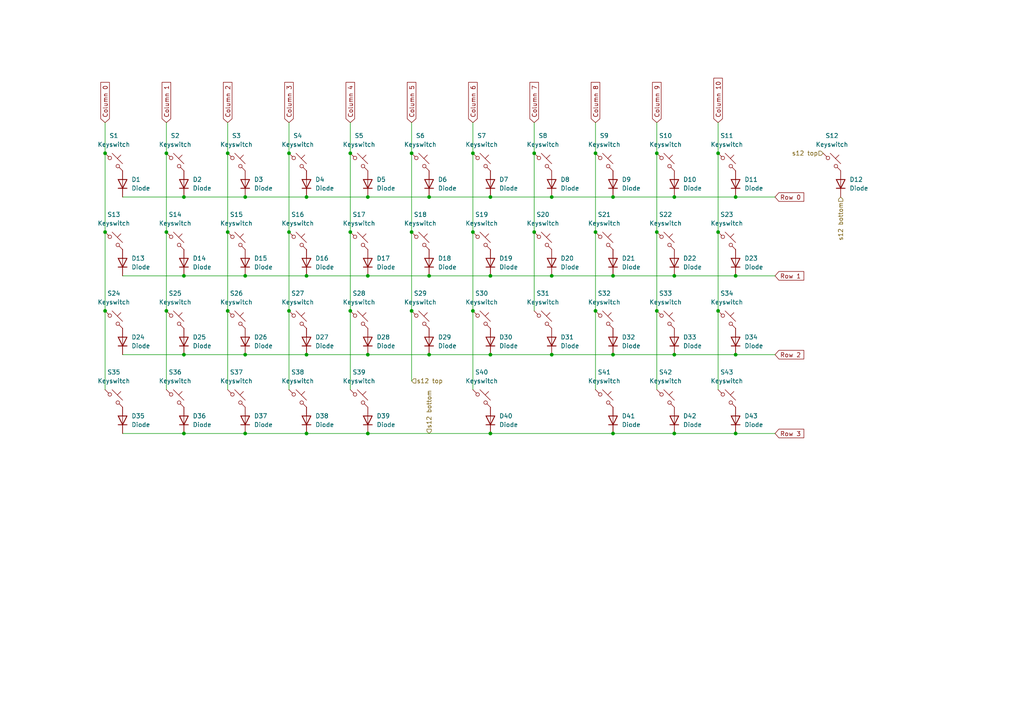
<source format=kicad_sch>
(kicad_sch (version 20250114) (generator "eeschema") (generator_version "9.0")
  (paper "A4")
  (lib_symbols
    (symbol "ScottoKeebs:Placeholder_Diode" (pin_numbers (hide yes)) (pin_names (hide yes))
      (property "Reference" "D" (at 0 2.54 0))
      (property "Value" "Diode" (at 0 -2.54 0))
      (symbol "Placeholder_Diode_0_1"
        (polyline (pts (xy -1.27 1.27) (xy -1.27 -1.27)) (stroke (width 0.254)))
        (polyline (pts (xy 1.27 1.27) (xy 1.27 -1.27) (xy -1.27 0) (xy 1.27 1.27)) (stroke (width 0.254)))
        (polyline (pts (xy 1.27 0) (xy -1.27 0)))
      )
      (symbol "Placeholder_Diode_1_1"
        (pin passive line (at -3.81 0 0) (length 2.54) (name "K") (number "1"))
        (pin passive line (at 3.81 0 180) (length 2.54) (name "A") (number "2"))
      )
    )
    (symbol "ScottoKeebs:Placeholder_Keyswitch" (pin_numbers (hide yes)) (pin_names (offset 1.016) (hide yes))
      (property "Reference" "S" (at 3.048 1.016 0))
      (property "Value" "Keyswitch" (at 0 -3.81 0))
      (symbol "Placeholder_Keyswitch_0_1"
        (polyline (pts (xy -2.54 2.54) (xy -1.524 1.524) (xy -1.524 1.524)))
        (circle (center -1.1684 1.1684) (radius 0.508))
        (polyline (pts (xy -0.508 2.54) (xy 2.54 -0.508)))
        (polyline (pts (xy 1.016 1.016) (xy 2.032 2.032)))
        (circle (center 1.143 -1.1938) (radius 0.508))
        (polyline (pts (xy 1.524 -1.524) (xy 2.54 -2.54) (xy 2.54 -2.54) (xy 2.54 -2.54)))
        (pin passive line (at -2.54 2.54 0) (length 0) (name "1") (number "1"))
        (pin passive line (at 2.54 -2.54 180) (length 0) (name "2") (number "2"))
      )
    )
  )
  (junction (at 124.46 57.15))
  (junction (at 142.24 57.15))
  (junction (at 177.8 80.01))
  (junction (at 190.5 44.45))
  (junction (at 195.58 80.01))
  (junction (at 160.02 102.87))
  (junction (at 119.38 67.31))
  (junction (at 119.38 44.45))
  (junction (at 142.24 125.73))
  (junction (at 101.6 90.17))
  (junction (at 177.8 102.87))
  (junction (at 53.34 57.15))
  (junction (at 30.48 90.17))
  (junction (at 106.68 125.73))
  (junction (at 195.58 57.15))
  (junction (at 83.82 67.31))
  (junction (at 208.28 90.17))
  (junction (at 177.8 57.15))
  (junction (at 83.82 90.17))
  (junction (at 66.04 67.31))
  (junction (at 142.24 102.87))
  (junction (at 213.36 80.01))
  (junction (at 66.04 90.17))
  (junction (at 208.28 67.31))
  (junction (at 124.46 102.87))
  (junction (at 71.12 80.01))
  (junction (at 119.38 90.17))
  (junction (at 172.72 44.45))
  (junction (at 71.12 125.73))
  (junction (at 83.82 44.45))
  (junction (at 190.5 90.17))
  (junction (at 53.34 125.73))
  (junction (at 195.58 125.73))
  (junction (at 66.04 44.45))
  (junction (at 106.68 57.15))
  (junction (at 124.46 80.01))
  (junction (at 213.36 125.73))
  (junction (at 101.6 44.45))
  (junction (at 195.58 102.87))
  (junction (at 137.16 67.31))
  (junction (at 190.5 67.31))
  (junction (at 53.34 80.01))
  (junction (at 48.26 67.31))
  (junction (at 30.48 67.31))
  (junction (at 101.6 67.31))
  (junction (at 71.12 102.87))
  (junction (at 88.9 125.73))
  (junction (at 88.9 102.87))
  (junction (at 48.26 44.45))
  (junction (at 48.26 90.17))
  (junction (at 154.94 67.31))
  (junction (at 30.48 44.45))
  (junction (at 213.36 57.15))
  (junction (at 213.36 102.87))
  (junction (at 172.72 90.17))
  (junction (at 160.02 80.01))
  (junction (at 142.24 80.01))
  (junction (at 208.28 44.45))
  (junction (at 137.16 44.45))
  (junction (at 88.9 80.01))
  (junction (at 88.9 57.15))
  (junction (at 53.34 102.87))
  (junction (at 160.02 57.15))
  (junction (at 172.72 67.31))
  (junction (at 177.8 125.73))
  (junction (at 137.16 90.17))
  (junction (at 106.68 80.01))
  (junction (at 71.12 57.15))
  (junction (at 154.94 44.45))
  (junction (at 106.68 102.87))
  (wire (pts (xy 35.56 80.01) (xy 53.34 80.01)))
  (wire (pts (xy 213.36 57.15) (xy 224.79 57.15)))
  (wire (pts (xy 83.82 44.45) (xy 83.82 67.31)))
  (wire (pts (xy 48.26 90.17) (xy 48.26 113.03)))
  (wire (pts (xy 48.26 67.31) (xy 48.26 90.17)))
  (wire (pts (xy 101.6 35.56) (xy 101.6 44.45)))
  (wire (pts (xy 124.46 80.01) (xy 142.24 80.01)))
  (wire (pts (xy 35.56 57.15) (xy 53.34 57.15)))
  (wire (pts (xy 83.82 35.56) (xy 83.82 44.45)))
  (wire (pts (xy 106.68 57.15) (xy 124.46 57.15)))
  (wire (pts (xy 208.28 90.17) (xy 208.28 113.03)))
  (wire (pts (xy 106.68 102.87) (xy 124.46 102.87)))
  (wire (pts (xy 142.24 80.01) (xy 160.02 80.01)))
  (wire (pts (xy 172.72 44.45) (xy 172.72 67.31)))
  (wire (pts (xy 48.26 44.45) (xy 48.26 67.31)))
  (wire (pts (xy 195.58 102.87) (xy 213.36 102.87)))
  (wire (pts (xy 119.38 67.31) (xy 119.38 90.17)))
  (wire (pts (xy 224.79 102.87) (xy 213.36 102.87)))
  (wire (pts (xy 177.8 57.15) (xy 195.58 57.15)))
  (wire (pts (xy 124.46 102.87) (xy 142.24 102.87)))
  (wire (pts (xy 142.24 125.73) (xy 177.8 125.73)))
  (wire (pts (xy 137.16 35.56) (xy 137.16 44.45)))
  (wire (pts (xy 124.46 57.15) (xy 142.24 57.15)))
  (wire (pts (xy 195.58 125.73) (xy 213.36 125.73)))
  (wire (pts (xy 30.48 44.45) (xy 30.48 67.31)))
  (wire (pts (xy 66.04 67.31) (xy 66.04 90.17)))
  (wire (pts (xy 101.6 44.45) (xy 101.6 67.31)))
  (wire (pts (xy 35.56 102.87) (xy 53.34 102.87)))
  (wire (pts (xy 119.38 90.17) (xy 119.38 110.49)))
  (wire (pts (xy 195.58 57.15) (xy 213.36 57.15)))
  (wire (pts (xy 160.02 80.01) (xy 177.8 80.01)))
  (wire (pts (xy 190.5 44.45) (xy 190.5 67.31)))
  (wire (pts (xy 101.6 90.17) (xy 101.6 113.03)))
  (wire (pts (xy 160.02 102.87) (xy 177.8 102.87)))
  (wire (pts (xy 119.38 35.56) (xy 119.38 44.45)))
  (wire (pts (xy 88.9 125.73) (xy 106.68 125.73)))
  (wire (pts (xy 83.82 67.31) (xy 83.82 90.17)))
  (wire (pts (xy 106.68 80.01) (xy 124.46 80.01)))
  (wire (pts (xy 224.79 80.01) (xy 213.36 80.01)))
  (wire (pts (xy 190.5 90.17) (xy 190.5 113.03)))
  (wire (pts (xy 71.12 80.01) (xy 88.9 80.01)))
  (wire (pts (xy 208.28 35.56) (xy 208.28 44.45)))
  (wire (pts (xy 106.68 125.73) (xy 142.24 125.73)))
  (wire (pts (xy 142.24 57.15) (xy 160.02 57.15)))
  (wire (pts (xy 208.28 44.45) (xy 208.28 67.31)))
  (wire (pts (xy 53.34 80.01) (xy 71.12 80.01)))
  (wire (pts (xy 137.16 44.45) (xy 137.16 67.31)))
  (wire (pts (xy 172.72 35.56) (xy 172.72 44.45)))
  (wire (pts (xy 53.34 125.73) (xy 71.12 125.73)))
  (wire (pts (xy 137.16 67.31) (xy 137.16 90.17)))
  (wire (pts (xy 208.28 67.31) (xy 208.28 90.17)))
  (wire (pts (xy 190.5 35.56) (xy 190.5 44.45)))
  (wire (pts (xy 66.04 90.17) (xy 66.04 113.03)))
  (wire (pts (xy 154.94 67.31) (xy 154.94 90.17)))
  (wire (pts (xy 101.6 67.31) (xy 101.6 90.17)))
  (wire (pts (xy 172.72 67.31) (xy 172.72 90.17)))
  (wire (pts (xy 142.24 102.87) (xy 160.02 102.87)))
  (wire (pts (xy 88.9 57.15) (xy 106.68 57.15)))
  (wire (pts (xy 48.26 35.56) (xy 48.26 44.45)))
  (wire (pts (xy 154.94 35.56) (xy 154.94 44.45)))
  (wire (pts (xy 88.9 80.01) (xy 106.68 80.01)))
  (wire (pts (xy 160.02 57.15) (xy 177.8 57.15)))
  (wire (pts (xy 30.48 35.56) (xy 30.48 44.45)))
  (wire (pts (xy 177.8 80.01) (xy 195.58 80.01)))
  (wire (pts (xy 224.79 125.73) (xy 213.36 125.73)))
  (wire (pts (xy 71.12 102.87) (xy 88.9 102.87)))
  (wire (pts (xy 172.72 90.17) (xy 172.72 113.03)))
  (wire (pts (xy 35.56 125.73) (xy 53.34 125.73)))
  (wire (pts (xy 177.8 102.87) (xy 195.58 102.87)))
  (wire (pts (xy 71.12 125.73) (xy 88.9 125.73)))
  (wire (pts (xy 53.34 57.15) (xy 71.12 57.15)))
  (wire (pts (xy 30.48 90.17) (xy 30.48 113.03)))
  (wire (pts (xy 195.58 80.01) (xy 213.36 80.01)))
  (wire (pts (xy 66.04 44.45) (xy 66.04 67.31)))
  (wire (pts (xy 137.16 90.17) (xy 137.16 113.03)))
  (wire (pts (xy 71.12 57.15) (xy 88.9 57.15)))
  (wire (pts (xy 66.04 35.56) (xy 66.04 44.45)))
  (wire (pts (xy 88.9 102.87) (xy 106.68 102.87)))
  (wire (pts (xy 53.34 102.87) (xy 71.12 102.87)))
  (wire (pts (xy 190.5 67.31) (xy 190.5 90.17)))
  (wire (pts (xy 83.82 90.17) (xy 83.82 113.03)))
  (wire (pts (xy 154.94 44.45) (xy 154.94 67.31)))
  (wire (pts (xy 119.38 44.45) (xy 119.38 67.31)))
  (wire (pts (xy 177.8 125.73) (xy 195.58 125.73)))
  (wire (pts (xy 30.48 67.31) (xy 30.48 90.17)))
  (global_label "Row 1" (shape input) (at 224.79 80.01 0) (property "Intersheetrefs" "${INTERSHEET_REFS}" (effects (hide yes))))
  (global_label "Row 2" (shape input) (at 224.79 102.87 0) (property "Intersheetrefs" "${INTERSHEET_REFS}" (effects (hide yes))))
  (global_label "Row 3" (shape input) (at 224.79 125.73 0) (property "Intersheetrefs" "${INTERSHEET_REFS}" (effects (hide yes))))
  (global_label "Column 3" (shape input) (at 83.82 35.56 90) (property "Intersheetrefs" "${INTERSHEET_REFS}" (effects (hide yes))))
  (global_label "Column 2" (shape input) (at 66.04 35.56 90) (property "Intersheetrefs" "${INTERSHEET_REFS}" (effects (hide yes))))
  (global_label "Column 0" (shape input) (at 30.48 35.56 90) (property "Intersheetrefs" "${INTERSHEET_REFS}" (effects (hide yes))))
  (global_label "Column 1" (shape input) (at 48.26 35.56 90) (property "Intersheetrefs" "${INTERSHEET_REFS}" (effects (hide yes))))
  (global_label "Column 8" (shape input) (at 172.72 35.56 90) (property "Intersheetrefs" "${INTERSHEET_REFS}" (effects (hide yes))))
  (global_label "Column 9" (shape input) (at 190.5 35.56 90) (property "Intersheetrefs" "${INTERSHEET_REFS}" (effects (hide yes))))
  (global_label "Column 10" (shape input) (at 208.28 35.56 90) (property "Intersheetrefs" "${INTERSHEET_REFS}" (effects (hide yes))))
  (global_label "Column 5" (shape input) (at 119.38 35.56 90) (property "Intersheetrefs" "${INTERSHEET_REFS}" (effects (hide yes))))
  (global_label "Column 4" (shape input) (at 101.6 35.56 90) (property "Intersheetrefs" "${INTERSHEET_REFS}" (effects (hide yes))))
  (global_label "Column 6" (shape input) (at 137.16 35.56 90) (property "Intersheetrefs" "${INTERSHEET_REFS}" (effects (hide yes))))
  (global_label "Column 7" (shape input) (at 154.94 35.56 90) (property "Intersheetrefs" "${INTERSHEET_REFS}" (effects (hide yes))))
  (global_label "Row 0" (shape input) (at 224.79 57.15 0) (property "Intersheetrefs" "${INTERSHEET_REFS}" (effects (hide yes))))
  (hierarchical_label "s12 bottom" (shape input) (at 243.84 57.15 270))
  (hierarchical_label "s12 bottom" (shape input) (at 124.46 125.73 90))
  (hierarchical_label "s12 top" (shape input) (at 119.38 110.49 0))
  (hierarchical_label "s12 top" (shape input) (at 238.76 44.45 180))
  (symbol (lib_id "ScottoKeebs:Placeholder_Keyswitch") (at 157.48 46.99 0) (unit 1)
    (property "Reference" "S8" (at 157.48 39.37 0))
    (property "Value" "Keyswitch" (at 157.48 41.91 0))
    (property "Description" "Push button switch, normally open, two pins, 45° tilted" (effects (hide yes)))
  )
  (symbol (lib_id "ScottoKeebs:Placeholder_Keyswitch") (at 193.04 115.57 0) (unit 1)
    (property "Reference" "S42" (at 193.04 107.95 0))
    (property "Value" "Keyswitch" (at 193.04 110.49 0))
    (property "Description" "Push button switch, normally open, two pins, 45° tilted" (effects (hide yes)))
  )
  (symbol (lib_id "ScottoKeebs:Placeholder_Diode") (at 88.9 76.2 90) (unit 1)
    (property "Reference" "D16" (at 91.44 74.9299 90) (effects (justify right)))
    (property "Value" "Diode" (at 91.44 77.4699 90) (effects (justify right)))
    (property "Description" "1N4148 (DO-35) or 1N4148W (SOD-123)" (effects (hide yes)))
    (property "Sim.Device" "D" (effects (hide yes)))
    (property "Sim.Pins" "1=K 2=A" (effects (hide yes)))
  )
  (symbol (lib_id "ScottoKeebs:Placeholder_Keyswitch") (at 104.14 92.71 0) (unit 1)
    (property "Reference" "S28" (at 104.14 85.09 0))
    (property "Value" "Keyswitch" (at 104.14 87.63 0))
    (property "Description" "Push button switch, normally open, two pins, 45° tilted" (effects (hide yes)))
  )
  (symbol (lib_id "ScottoKeebs:Placeholder_Keyswitch") (at 121.92 69.85 0) (unit 1)
    (property "Reference" "S18" (at 121.92 62.23 0))
    (property "Value" "Keyswitch" (at 121.92 64.77 0))
    (property "Description" "Push button switch, normally open, two pins, 45° tilted" (effects (hide yes)))
  )
  (symbol (lib_id "ScottoKeebs:Placeholder_Diode") (at 195.58 76.2 90) (unit 1)
    (property "Reference" "D22" (at 198.12 74.9299 90) (effects (justify right)))
    (property "Value" "Diode" (at 198.12 77.4699 90) (effects (justify right)))
    (property "Description" "1N4148 (DO-35) or 1N4148W (SOD-123)" (effects (hide yes)))
    (property "Sim.Device" "D" (effects (hide yes)))
    (property "Sim.Pins" "1=K 2=A" (effects (hide yes)))
  )
  (symbol (lib_id "ScottoKeebs:Placeholder_Diode") (at 53.34 53.34 90) (unit 1)
    (property "Reference" "D2" (at 55.88 52.0699 90) (effects (justify right)))
    (property "Value" "Diode" (at 55.88 54.6099 90) (effects (justify right)))
    (property "Description" "1N4148 (DO-35) or 1N4148W (SOD-123)" (effects (hide yes)))
    (property "Sim.Device" "D" (effects (hide yes)))
    (property "Sim.Pins" "1=K 2=A" (effects (hide yes)))
  )
  (symbol (lib_id "ScottoKeebs:Placeholder_Diode") (at 124.46 99.06 90) (unit 1)
    (property "Reference" "D29" (at 127 97.7899 90) (effects (justify right)))
    (property "Value" "Diode" (at 127 100.3299 90) (effects (justify right)))
    (property "Description" "1N4148 (DO-35) or 1N4148W (SOD-123)" (effects (hide yes)))
    (property "Sim.Device" "D" (effects (hide yes)))
    (property "Sim.Pins" "1=K 2=A" (effects (hide yes)))
  )
  (symbol (lib_id "ScottoKeebs:Placeholder_Diode") (at 88.9 53.34 90) (unit 1)
    (property "Reference" "D4" (at 91.44 52.0699 90) (effects (justify right)))
    (property "Value" "Diode" (at 91.44 54.6099 90) (effects (justify right)))
    (property "Description" "1N4148 (DO-35) or 1N4148W (SOD-123)" (effects (hide yes)))
    (property "Sim.Device" "D" (effects (hide yes)))
    (property "Sim.Pins" "1=K 2=A" (effects (hide yes)))
  )
  (symbol (lib_id "ScottoKeebs:Placeholder_Diode") (at 243.84 53.34 90) (unit 1)
    (property "Reference" "D12" (at 246.38 52.0699 90) (effects (justify right)))
    (property "Value" "Diode" (at 246.38 54.6099 90) (effects (justify right)))
    (property "Description" "1N4148 (DO-35) or 1N4148W (SOD-123)" (effects (hide yes)))
    (property "Sim.Device" "D" (effects (hide yes)))
    (property "Sim.Pins" "1=K 2=A" (effects (hide yes)))
  )
  (symbol (lib_id "ScottoKeebs:Placeholder_Diode") (at 35.56 121.92 90) (unit 1)
    (property "Reference" "D35" (at 38.1 120.6499 90) (effects (justify right)))
    (property "Value" "Diode" (at 38.1 123.1899 90) (effects (justify right)))
    (property "Description" "1N4148 (DO-35) or 1N4148W (SOD-123)" (effects (hide yes)))
    (property "Sim.Device" "D" (effects (hide yes)))
    (property "Sim.Pins" "1=K 2=A" (effects (hide yes)))
  )
  (symbol (lib_id "ScottoKeebs:Placeholder_Keyswitch") (at 210.82 115.57 0) (unit 1)
    (property "Reference" "S43" (at 210.82 107.95 0))
    (property "Value" "Keyswitch" (at 210.82 110.49 0))
    (property "Description" "Push button switch, normally open, two pins, 45° tilted" (effects (hide yes)))
  )
  (symbol (lib_id "ScottoKeebs:Placeholder_Keyswitch") (at 33.02 115.57 0) (unit 1)
    (property "Reference" "S35" (at 33.02 107.95 0))
    (property "Value" "Keyswitch" (at 33.02 110.49 0))
    (property "Description" "Push button switch, normally open, two pins, 45° tilted" (effects (hide yes)))
  )
  (symbol (lib_id "ScottoKeebs:Placeholder_Keyswitch") (at 139.7 46.99 0) (unit 1)
    (property "Reference" "S7" (at 139.7 39.37 0))
    (property "Value" "Keyswitch" (at 139.7 41.91 0))
    (property "Description" "Push button switch, normally open, two pins, 45° tilted" (effects (hide yes)))
  )
  (symbol (lib_id "ScottoKeebs:Placeholder_Keyswitch") (at 50.8 115.57 0) (unit 1)
    (property "Reference" "S36" (at 50.8 107.95 0))
    (property "Value" "Keyswitch" (at 50.8 110.49 0))
    (property "Description" "Push button switch, normally open, two pins, 45° tilted" (effects (hide yes)))
  )
  (symbol (lib_id "ScottoKeebs:Placeholder_Keyswitch") (at 104.14 46.99 0) (unit 1)
    (property "Reference" "S5" (at 104.14 39.37 0))
    (property "Value" "Keyswitch" (at 104.14 41.91 0))
    (property "Description" "Push button switch, normally open, two pins, 45° tilted" (effects (hide yes)))
  )
  (symbol (lib_id "ScottoKeebs:Placeholder_Keyswitch") (at 86.36 92.71 0) (unit 1)
    (property "Reference" "S27" (at 86.36 85.09 0))
    (property "Value" "Keyswitch" (at 86.36 87.63 0))
    (property "Description" "Push button switch, normally open, two pins, 45° tilted" (effects (hide yes)))
  )
  (symbol (lib_id "ScottoKeebs:Placeholder_Diode") (at 160.02 53.34 90) (unit 1)
    (property "Reference" "D8" (at 162.56 52.0699 90) (effects (justify right)))
    (property "Value" "Diode" (at 162.56 54.6099 90) (effects (justify right)))
    (property "Description" "1N4148 (DO-35) or 1N4148W (SOD-123)" (effects (hide yes)))
    (property "Sim.Device" "D" (effects (hide yes)))
    (property "Sim.Pins" "1=K 2=A" (effects (hide yes)))
  )
  (symbol (lib_id "ScottoKeebs:Placeholder_Keyswitch") (at 50.8 46.99 0) (unit 1)
    (property "Reference" "S2" (at 50.8 39.37 0))
    (property "Value" "Keyswitch" (at 50.8 41.91 0))
    (property "Description" "Push button switch, normally open, two pins, 45° tilted" (effects (hide yes)))
  )
  (symbol (lib_id "ScottoKeebs:Placeholder_Diode") (at 88.9 121.92 90) (unit 1)
    (property "Reference" "D38" (at 91.44 120.6499 90) (effects (justify right)))
    (property "Value" "Diode" (at 91.44 123.1899 90) (effects (justify right)))
    (property "Description" "1N4148 (DO-35) or 1N4148W (SOD-123)" (effects (hide yes)))
    (property "Sim.Device" "D" (effects (hide yes)))
    (property "Sim.Pins" "1=K 2=A" (effects (hide yes)))
  )
  (symbol (lib_id "ScottoKeebs:Placeholder_Diode") (at 71.12 99.06 90) (unit 1)
    (property "Reference" "D26" (at 73.66 97.7899 90) (effects (justify right)))
    (property "Value" "Diode" (at 73.66 100.3299 90) (effects (justify right)))
    (property "Description" "1N4148 (DO-35) or 1N4148W (SOD-123)" (effects (hide yes)))
    (property "Sim.Device" "D" (effects (hide yes)))
    (property "Sim.Pins" "1=K 2=A" (effects (hide yes)))
  )
  (symbol (lib_id "ScottoKeebs:Placeholder_Diode") (at 142.24 53.34 90) (unit 1)
    (property "Reference" "D7" (at 144.78 52.0699 90) (effects (justify right)))
    (property "Value" "Diode" (at 144.78 54.6099 90) (effects (justify right)))
    (property "Description" "1N4148 (DO-35) or 1N4148W (SOD-123)" (effects (hide yes)))
    (property "Sim.Device" "D" (effects (hide yes)))
    (property "Sim.Pins" "1=K 2=A" (effects (hide yes)))
  )
  (symbol (lib_id "ScottoKeebs:Placeholder_Diode") (at 35.56 99.06 90) (unit 1)
    (property "Reference" "D24" (at 38.1 97.7899 90) (effects (justify right)))
    (property "Value" "Diode" (at 38.1 100.3299 90) (effects (justify right)))
    (property "Description" "1N4148 (DO-35) or 1N4148W (SOD-123)" (effects (hide yes)))
    (property "Sim.Device" "D" (effects (hide yes)))
    (property "Sim.Pins" "1=K 2=A" (effects (hide yes)))
  )
  (symbol (lib_id "ScottoKeebs:Placeholder_Keyswitch") (at 193.04 69.85 0) (unit 1)
    (property "Reference" "S22" (at 193.04 62.23 0))
    (property "Value" "Keyswitch" (at 193.04 64.77 0))
    (property "Description" "Push button switch, normally open, two pins, 45° tilted" (effects (hide yes)))
  )
  (symbol (lib_id "ScottoKeebs:Placeholder_Keyswitch") (at 139.7 115.57 0) (unit 1)
    (property "Reference" "S40" (at 139.7 107.95 0))
    (property "Value" "Keyswitch" (at 139.7 110.49 0))
    (property "Description" "Push button switch, normally open, two pins, 45° tilted" (effects (hide yes)))
  )
  (symbol (lib_id "ScottoKeebs:Placeholder_Keyswitch") (at 104.14 115.57 0) (unit 1)
    (property "Reference" "S39" (at 104.14 107.95 0))
    (property "Value" "Keyswitch" (at 104.14 110.49 0))
    (property "Description" "Push button switch, normally open, two pins, 45° tilted" (effects (hide yes)))
  )
  (symbol (lib_id "ScottoKeebs:Placeholder_Keyswitch") (at 104.14 69.85 0) (unit 1)
    (property "Reference" "S17" (at 104.14 62.23 0))
    (property "Value" "Keyswitch" (at 104.14 64.77 0))
    (property "Description" "Push button switch, normally open, two pins, 45° tilted" (effects (hide yes)))
  )
  (symbol (lib_id "ScottoKeebs:Placeholder_Keyswitch") (at 175.26 115.57 0) (unit 1)
    (property "Reference" "S41" (at 175.26 107.95 0))
    (property "Value" "Keyswitch" (at 175.26 110.49 0))
    (property "Description" "Push button switch, normally open, two pins, 45° tilted" (effects (hide yes)))
  )
  (symbol (lib_id "ScottoKeebs:Placeholder_Keyswitch") (at 68.58 115.57 0) (unit 1)
    (property "Reference" "S37" (at 68.58 107.95 0))
    (property "Value" "Keyswitch" (at 68.58 110.49 0))
    (property "Description" "Push button switch, normally open, two pins, 45° tilted" (effects (hide yes)))
  )
  (symbol (lib_id "ScottoKeebs:Placeholder_Diode") (at 106.68 121.92 90) (unit 1)
    (property "Reference" "D39" (at 109.22 120.6499 90) (effects (justify right)))
    (property "Value" "Diode" (at 109.22 123.1899 90) (effects (justify right)))
    (property "Description" "1N4148 (DO-35) or 1N4148W (SOD-123)" (effects (hide yes)))
    (property "Sim.Device" "D" (effects (hide yes)))
    (property "Sim.Pins" "1=K 2=A" (effects (hide yes)))
  )
  (symbol (lib_id "ScottoKeebs:Placeholder_Diode") (at 195.58 121.92 90) (unit 1)
    (property "Reference" "D42" (at 198.12 120.6499 90) (effects (justify right)))
    (property "Value" "Diode" (at 198.12 123.1899 90) (effects (justify right)))
    (property "Description" "1N4148 (DO-35) or 1N4148W (SOD-123)" (effects (hide yes)))
    (property "Sim.Device" "D" (effects (hide yes)))
    (property "Sim.Pins" "1=K 2=A" (effects (hide yes)))
  )
  (symbol (lib_id "ScottoKeebs:Placeholder_Keyswitch") (at 210.82 69.85 0) (unit 1)
    (property "Reference" "S23" (at 210.82 62.23 0))
    (property "Value" "Keyswitch" (at 210.82 64.77 0))
    (property "Description" "Push button switch, normally open, two pins, 45° tilted" (effects (hide yes)))
  )
  (symbol (lib_id "ScottoKeebs:Placeholder_Diode") (at 53.34 99.06 90) (unit 1)
    (property "Reference" "D25" (at 55.88 97.7899 90) (effects (justify right)))
    (property "Value" "Diode" (at 55.88 100.3299 90) (effects (justify right)))
    (property "Description" "1N4148 (DO-35) or 1N4148W (SOD-123)" (effects (hide yes)))
    (property "Sim.Device" "D" (effects (hide yes)))
    (property "Sim.Pins" "1=K 2=A" (effects (hide yes)))
  )
  (symbol (lib_id "ScottoKeebs:Placeholder_Keyswitch") (at 175.26 92.71 0) (unit 1)
    (property "Reference" "S32" (at 175.26 85.09 0))
    (property "Value" "Keyswitch" (at 175.26 87.63 0))
    (property "Description" "Push button switch, normally open, two pins, 45° tilted" (effects (hide yes)))
  )
  (symbol (lib_id "ScottoKeebs:Placeholder_Diode") (at 177.8 53.34 90) (unit 1)
    (property "Reference" "D9" (at 180.34 52.0699 90) (effects (justify right)))
    (property "Value" "Diode" (at 180.34 54.6099 90) (effects (justify right)))
    (property "Description" "1N4148 (DO-35) or 1N4148W (SOD-123)" (effects (hide yes)))
    (property "Sim.Device" "D" (effects (hide yes)))
    (property "Sim.Pins" "1=K 2=A" (effects (hide yes)))
  )
  (symbol (lib_id "ScottoKeebs:Placeholder_Diode") (at 142.24 76.2 90) (unit 1)
    (property "Reference" "D19" (at 144.78 74.9299 90) (effects (justify right)))
    (property "Value" "Diode" (at 144.78 77.4699 90) (effects (justify right)))
    (property "Description" "1N4148 (DO-35) or 1N4148W (SOD-123)" (effects (hide yes)))
    (property "Sim.Device" "D" (effects (hide yes)))
    (property "Sim.Pins" "1=K 2=A" (effects (hide yes)))
  )
  (symbol (lib_id "ScottoKeebs:Placeholder_Keyswitch") (at 121.92 46.99 0) (unit 1)
    (property "Reference" "S6" (at 121.92 39.37 0))
    (property "Value" "Keyswitch" (at 121.92 41.91 0))
    (property "Description" "Push button switch, normally open, two pins, 45° tilted" (effects (hide yes)))
  )
  (symbol (lib_id "ScottoKeebs:Placeholder_Keyswitch") (at 241.3 46.99 0) (unit 1)
    (property "Reference" "S12" (at 241.3 39.37 0))
    (property "Value" "Keyswitch" (at 241.3 41.91 0))
    (property "Description" "Push button switch, normally open, two pins, 45° tilted" (effects (hide yes)))
  )
  (symbol (lib_id "ScottoKeebs:Placeholder_Keyswitch") (at 50.8 69.85 0) (unit 1)
    (property "Reference" "S14" (at 50.8 62.23 0))
    (property "Value" "Keyswitch" (at 50.8 64.77 0))
    (property "Description" "Push button switch, normally open, two pins, 45° tilted" (effects (hide yes)))
  )
  (symbol (lib_id "ScottoKeebs:Placeholder_Diode") (at 53.34 121.92 90) (unit 1)
    (property "Reference" "D36" (at 55.88 120.6499 90) (effects (justify right)))
    (property "Value" "Diode" (at 55.88 123.1899 90) (effects (justify right)))
    (property "Description" "1N4148 (DO-35) or 1N4148W (SOD-123)" (effects (hide yes)))
    (property "Sim.Device" "D" (effects (hide yes)))
    (property "Sim.Pins" "1=K 2=A" (effects (hide yes)))
  )
  (symbol (lib_id "ScottoKeebs:Placeholder_Diode") (at 71.12 121.92 90) (unit 1)
    (property "Reference" "D37" (at 73.66 120.6499 90) (effects (justify right)))
    (property "Value" "Diode" (at 73.66 123.1899 90) (effects (justify right)))
    (property "Description" "1N4148 (DO-35) or 1N4148W (SOD-123)" (effects (hide yes)))
    (property "Sim.Device" "D" (effects (hide yes)))
    (property "Sim.Pins" "1=K 2=A" (effects (hide yes)))
  )
  (symbol (lib_id "ScottoKeebs:Placeholder_Diode") (at 213.36 121.92 90) (unit 1)
    (property "Reference" "D43" (at 215.9 120.6499 90) (effects (justify right)))
    (property "Value" "Diode" (at 215.9 123.1899 90) (effects (justify right)))
    (property "Description" "1N4148 (DO-35) or 1N4148W (SOD-123)" (effects (hide yes)))
    (property "Sim.Device" "D" (effects (hide yes)))
    (property "Sim.Pins" "1=K 2=A" (effects (hide yes)))
  )
  (symbol (lib_id "ScottoKeebs:Placeholder_Keyswitch") (at 139.7 69.85 0) (unit 1)
    (property "Reference" "S19" (at 139.7 62.23 0))
    (property "Value" "Keyswitch" (at 139.7 64.77 0))
    (property "Description" "Push button switch, normally open, two pins, 45° tilted" (effects (hide yes)))
  )
  (symbol (lib_id "ScottoKeebs:Placeholder_Diode") (at 142.24 121.92 90) (unit 1)
    (property "Reference" "D40" (at 144.78 120.6499 90) (effects (justify right)))
    (property "Value" "Diode" (at 144.78 123.1899 90) (effects (justify right)))
    (property "Description" "1N4148 (DO-35) or 1N4148W (SOD-123)" (effects (hide yes)))
    (property "Sim.Device" "D" (effects (hide yes)))
    (property "Sim.Pins" "1=K 2=A" (effects (hide yes)))
  )
  (symbol (lib_id "ScottoKeebs:Placeholder_Diode") (at 195.58 53.34 90) (unit 1)
    (property "Reference" "D10" (at 198.12 52.0699 90) (effects (justify right)))
    (property "Value" "Diode" (at 198.12 54.6099 90) (effects (justify right)))
    (property "Description" "1N4148 (DO-35) or 1N4148W (SOD-123)" (effects (hide yes)))
    (property "Sim.Device" "D" (effects (hide yes)))
    (property "Sim.Pins" "1=K 2=A" (effects (hide yes)))
  )
  (symbol (lib_id "ScottoKeebs:Placeholder_Diode") (at 53.34 76.2 90) (unit 1)
    (property "Reference" "D14" (at 55.88 74.9299 90) (effects (justify right)))
    (property "Value" "Diode" (at 55.88 77.4699 90) (effects (justify right)))
    (property "Description" "1N4148 (DO-35) or 1N4148W (SOD-123)" (effects (hide yes)))
    (property "Sim.Device" "D" (effects (hide yes)))
    (property "Sim.Pins" "1=K 2=A" (effects (hide yes)))
  )
  (symbol (lib_id "ScottoKeebs:Placeholder_Diode") (at 160.02 76.2 90) (unit 1)
    (property "Reference" "D20" (at 162.56 74.9299 90) (effects (justify right)))
    (property "Value" "Diode" (at 162.56 77.4699 90) (effects (justify right)))
    (property "Description" "1N4148 (DO-35) or 1N4148W (SOD-123)" (effects (hide yes)))
    (property "Sim.Device" "D" (effects (hide yes)))
    (property "Sim.Pins" "1=K 2=A" (effects (hide yes)))
  )
  (symbol (lib_id "ScottoKeebs:Placeholder_Diode") (at 124.46 76.2 90) (unit 1)
    (property "Reference" "D18" (at 127 74.9299 90) (effects (justify right)))
    (property "Value" "Diode" (at 127 77.4699 90) (effects (justify right)))
    (property "Description" "1N4148 (DO-35) or 1N4148W (SOD-123)" (effects (hide yes)))
    (property "Sim.Device" "D" (effects (hide yes)))
    (property "Sim.Pins" "1=K 2=A" (effects (hide yes)))
  )
  (symbol (lib_id "ScottoKeebs:Placeholder_Keyswitch") (at 175.26 69.85 0) (unit 1)
    (property "Reference" "S21" (at 175.26 62.23 0))
    (property "Value" "Keyswitch" (at 175.26 64.77 0))
    (property "Description" "Push button switch, normally open, two pins, 45° tilted" (effects (hide yes)))
  )
  (symbol (lib_id "ScottoKeebs:Placeholder_Keyswitch") (at 86.36 115.57 0) (unit 1)
    (property "Reference" "S38" (at 86.36 107.95 0))
    (property "Value" "Keyswitch" (at 86.36 110.49 0))
    (property "Description" "Push button switch, normally open, two pins, 45° tilted" (effects (hide yes)))
  )
  (symbol (lib_id "ScottoKeebs:Placeholder_Keyswitch") (at 121.92 92.71 0) (unit 1)
    (property "Reference" "S29" (at 121.92 85.09 0))
    (property "Value" "Keyswitch" (at 121.92 87.63 0))
    (property "Description" "Push button switch, normally open, two pins, 45° tilted" (effects (hide yes)))
  )
  (symbol (lib_id "ScottoKeebs:Placeholder_Diode") (at 160.02 99.06 90) (unit 1)
    (property "Reference" "D31" (at 162.56 97.7899 90) (effects (justify right)))
    (property "Value" "Diode" (at 162.56 100.3299 90) (effects (justify right)))
    (property "Description" "1N4148 (DO-35) or 1N4148W (SOD-123)" (effects (hide yes)))
    (property "Sim.Device" "D" (effects (hide yes)))
    (property "Sim.Pins" "1=K 2=A" (effects (hide yes)))
  )
  (symbol (lib_id "ScottoKeebs:Placeholder_Diode") (at 106.68 99.06 90) (unit 1)
    (property "Reference" "D28" (at 109.22 97.7899 90) (effects (justify right)))
    (property "Value" "Diode" (at 109.22 100.3299 90) (effects (justify right)))
    (property "Description" "1N4148 (DO-35) or 1N4148W (SOD-123)" (effects (hide yes)))
    (property "Sim.Device" "D" (effects (hide yes)))
    (property "Sim.Pins" "1=K 2=A" (effects (hide yes)))
  )
  (symbol (lib_id "ScottoKeebs:Placeholder_Diode") (at 35.56 53.34 90) (unit 1)
    (property "Reference" "D1" (at 38.1 52.0699 90) (effects (justify right)))
    (property "Value" "Diode" (at 38.1 54.6099 90) (effects (justify right)))
    (property "Description" "1N4148 (DO-35) or 1N4148W (SOD-123)" (effects (hide yes)))
    (property "Sim.Device" "D" (effects (hide yes)))
    (property "Sim.Pins" "1=K 2=A" (effects (hide yes)))
  )
  (symbol (lib_id "ScottoKeebs:Placeholder_Keyswitch") (at 50.8 92.71 0) (unit 1)
    (property "Reference" "S25" (at 50.8 85.09 0))
    (property "Value" "Keyswitch" (at 50.8 87.63 0))
    (property "Description" "Push button switch, normally open, two pins, 45° tilted" (effects (hide yes)))
  )
  (symbol (lib_id "ScottoKeebs:Placeholder_Keyswitch") (at 33.02 69.85 0) (unit 1)
    (property "Reference" "S13" (at 33.02 62.23 0))
    (property "Value" "Keyswitch" (at 33.02 64.77 0))
    (property "Description" "Push button switch, normally open, two pins, 45° tilted" (effects (hide yes)))
  )
  (symbol (lib_id "ScottoKeebs:Placeholder_Keyswitch") (at 86.36 46.99 0) (unit 1)
    (property "Reference" "S4" (at 86.36 39.37 0))
    (property "Value" "Keyswitch" (at 86.36 41.91 0))
    (property "Description" "Push button switch, normally open, two pins, 45° tilted" (effects (hide yes)))
  )
  (symbol (lib_id "ScottoKeebs:Placeholder_Diode") (at 195.58 99.06 90) (unit 1)
    (property "Reference" "D33" (at 198.12 97.7899 90) (effects (justify right)))
    (property "Value" "Diode" (at 198.12 100.3299 90) (effects (justify right)))
    (property "Description" "1N4148 (DO-35) or 1N4148W (SOD-123)" (effects (hide yes)))
    (property "Sim.Device" "D" (effects (hide yes)))
    (property "Sim.Pins" "1=K 2=A" (effects (hide yes)))
  )
  (symbol (lib_id "ScottoKeebs:Placeholder_Keyswitch") (at 68.58 92.71 0) (unit 1)
    (property "Reference" "S26" (at 68.58 85.09 0))
    (property "Value" "Keyswitch" (at 68.58 87.63 0))
    (property "Description" "Push button switch, normally open, two pins, 45° tilted" (effects (hide yes)))
  )
  (symbol (lib_id "ScottoKeebs:Placeholder_Diode") (at 35.56 76.2 90) (unit 1)
    (property "Reference" "D13" (at 38.1 74.9299 90) (effects (justify right)))
    (property "Value" "Diode" (at 38.1 77.4699 90) (effects (justify right)))
    (property "Description" "1N4148 (DO-35) or 1N4148W (SOD-123)" (effects (hide yes)))
    (property "Sim.Device" "D" (effects (hide yes)))
    (property "Sim.Pins" "1=K 2=A" (effects (hide yes)))
  )
  (symbol (lib_id "ScottoKeebs:Placeholder_Diode") (at 213.36 76.2 90) (unit 1)
    (property "Reference" "D23" (at 215.9 74.9299 90) (effects (justify right)))
    (property "Value" "Diode" (at 215.9 77.4699 90) (effects (justify right)))
    (property "Description" "1N4148 (DO-35) or 1N4148W (SOD-123)" (effects (hide yes)))
    (property "Sim.Device" "D" (effects (hide yes)))
    (property "Sim.Pins" "1=K 2=A" (effects (hide yes)))
  )
  (symbol (lib_id "ScottoKeebs:Placeholder_Keyswitch") (at 139.7 92.71 0) (unit 1)
    (property "Reference" "S30" (at 139.7 85.09 0))
    (property "Value" "Keyswitch" (at 139.7 87.63 0))
    (property "Description" "Push button switch, normally open, two pins, 45° tilted" (effects (hide yes)))
  )
  (symbol (lib_id "ScottoKeebs:Placeholder_Diode") (at 88.9 99.06 90) (unit 1)
    (property "Reference" "D27" (at 91.44 97.7899 90) (effects (justify right)))
    (property "Value" "Diode" (at 91.44 100.3299 90) (effects (justify right)))
    (property "Description" "1N4148 (DO-35) or 1N4148W (SOD-123)" (effects (hide yes)))
    (property "Sim.Device" "D" (effects (hide yes)))
    (property "Sim.Pins" "1=K 2=A" (effects (hide yes)))
  )
  (symbol (lib_id "ScottoKeebs:Placeholder_Keyswitch") (at 33.02 92.71 0) (unit 1)
    (property "Reference" "S24" (at 33.02 85.09 0))
    (property "Value" "Keyswitch" (at 33.02 87.63 0))
    (property "Description" "Push button switch, normally open, two pins, 45° tilted" (effects (hide yes)))
  )
  (symbol (lib_id "ScottoKeebs:Placeholder_Keyswitch") (at 68.58 69.85 0) (unit 1)
    (property "Reference" "S15" (at 68.58 62.23 0))
    (property "Value" "Keyswitch" (at 68.58 64.77 0))
    (property "Description" "Push button switch, normally open, two pins, 45° tilted" (effects (hide yes)))
  )
  (symbol (lib_id "ScottoKeebs:Placeholder_Diode") (at 142.24 99.06 90) (unit 1)
    (property "Reference" "D30" (at 144.78 97.7899 90) (effects (justify right)))
    (property "Value" "Diode" (at 144.78 100.3299 90) (effects (justify right)))
    (property "Description" "1N4148 (DO-35) or 1N4148W (SOD-123)" (effects (hide yes)))
    (property "Sim.Device" "D" (effects (hide yes)))
    (property "Sim.Pins" "1=K 2=A" (effects (hide yes)))
  )
  (symbol (lib_id "ScottoKeebs:Placeholder_Keyswitch") (at 157.48 69.85 0) (unit 1)
    (property "Reference" "S20" (at 157.48 62.23 0))
    (property "Value" "Keyswitch" (at 157.48 64.77 0))
    (property "Description" "Push button switch, normally open, two pins, 45° tilted" (effects (hide yes)))
  )
  (symbol (lib_id "ScottoKeebs:Placeholder_Keyswitch") (at 157.48 92.71 0) (unit 1)
    (property "Reference" "S31" (at 157.48 85.09 0))
    (property "Value" "Keyswitch" (at 157.48 87.63 0))
    (property "Description" "Push button switch, normally open, two pins, 45° tilted" (effects (hide yes)))
  )
  (symbol (lib_id "ScottoKeebs:Placeholder_Keyswitch") (at 210.82 92.71 0) (unit 1)
    (property "Reference" "S34" (at 210.82 85.09 0))
    (property "Value" "Keyswitch" (at 210.82 87.63 0))
    (property "Description" "Push button switch, normally open, two pins, 45° tilted" (effects (hide yes)))
  )
  (symbol (lib_id "ScottoKeebs:Placeholder_Keyswitch") (at 68.58 46.99 0) (unit 1)
    (property "Reference" "S3" (at 68.58 39.37 0))
    (property "Value" "Keyswitch" (at 68.58 41.91 0))
    (property "Description" "Push button switch, normally open, two pins, 45° tilted" (effects (hide yes)))
  )
  (symbol (lib_id "ScottoKeebs:Placeholder_Keyswitch") (at 33.02 46.99 0) (unit 1)
    (property "Reference" "S1" (at 33.02 39.37 0))
    (property "Value" "Keyswitch" (at 33.02 41.91 0))
    (property "Description" "Push button switch, normally open, two pins, 45° tilted" (effects (hide yes)))
  )
  (symbol (lib_id "ScottoKeebs:Placeholder_Keyswitch") (at 86.36 69.85 0) (unit 1)
    (property "Reference" "S16" (at 86.36 62.23 0))
    (property "Value" "Keyswitch" (at 86.36 64.77 0))
    (property "Description" "Push button switch, normally open, two pins, 45° tilted" (effects (hide yes)))
  )
  (symbol (lib_id "ScottoKeebs:Placeholder_Diode") (at 124.46 53.34 90) (unit 1)
    (property "Reference" "D6" (at 127 52.0699 90) (effects (justify right)))
    (property "Value" "Diode" (at 127 54.6099 90) (effects (justify right)))
    (property "Description" "1N4148 (DO-35) or 1N4148W (SOD-123)" (effects (hide yes)))
    (property "Sim.Device" "D" (effects (hide yes)))
    (property "Sim.Pins" "1=K 2=A" (effects (hide yes)))
  )
  (symbol (lib_id "ScottoKeebs:Placeholder_Keyswitch") (at 210.82 46.99 0) (unit 1)
    (property "Reference" "S11" (at 210.82 39.37 0))
    (property "Value" "Keyswitch" (at 210.82 41.91 0))
    (property "Description" "Push button switch, normally open, two pins, 45° tilted" (effects (hide yes)))
  )
  (symbol (lib_id "ScottoKeebs:Placeholder_Diode") (at 71.12 53.34 90) (unit 1)
    (property "Reference" "D3" (at 73.66 52.0699 90) (effects (justify right)))
    (property "Value" "Diode" (at 73.66 54.6099 90) (effects (justify right)))
    (property "Description" "1N4148 (DO-35) or 1N4148W (SOD-123)" (effects (hide yes)))
    (property "Sim.Device" "D" (effects (hide yes)))
    (property "Sim.Pins" "1=K 2=A" (effects (hide yes)))
  )
  (symbol (lib_id "ScottoKeebs:Placeholder_Keyswitch") (at 193.04 46.99 0) (unit 1)
    (property "Reference" "S10" (at 193.04 39.37 0))
    (property "Value" "Keyswitch" (at 193.04 41.91 0))
    (property "Description" "Push button switch, normally open, two pins, 45° tilted" (effects (hide yes)))
  )
  (symbol (lib_id "ScottoKeebs:Placeholder_Diode") (at 177.8 99.06 90) (unit 1)
    (property "Reference" "D32" (at 180.34 97.7899 90) (effects (justify right)))
    (property "Value" "Diode" (at 180.34 100.3299 90) (effects (justify right)))
    (property "Description" "1N4148 (DO-35) or 1N4148W (SOD-123)" (effects (hide yes)))
    (property "Sim.Device" "D" (effects (hide yes)))
    (property "Sim.Pins" "1=K 2=A" (effects (hide yes)))
  )
  (symbol (lib_id "ScottoKeebs:Placeholder_Diode") (at 177.8 76.2 90) (unit 1)
    (property "Reference" "D21" (at 180.34 74.9299 90) (effects (justify right)))
    (property "Value" "Diode" (at 180.34 77.4699 90) (effects (justify right)))
    (property "Description" "1N4148 (DO-35) or 1N4148W (SOD-123)" (effects (hide yes)))
    (property "Sim.Device" "D" (effects (hide yes)))
    (property "Sim.Pins" "1=K 2=A" (effects (hide yes)))
  )
  (symbol (lib_id "ScottoKeebs:Placeholder_Diode") (at 71.12 76.2 90) (unit 1)
    (property "Reference" "D15" (at 73.66 74.9299 90) (effects (justify right)))
    (property "Value" "Diode" (at 73.66 77.4699 90) (effects (justify right)))
    (property "Description" "1N4148 (DO-35) or 1N4148W (SOD-123)" (effects (hide yes)))
    (property "Sim.Device" "D" (effects (hide yes)))
    (property "Sim.Pins" "1=K 2=A" (effects (hide yes)))
  )
  (symbol (lib_id "ScottoKeebs:Placeholder_Diode") (at 106.68 53.34 90) (unit 1)
    (property "Reference" "D5" (at 109.22 52.0699 90) (effects (justify right)))
    (property "Value" "Diode" (at 109.22 54.6099 90) (effects (justify right)))
    (property "Description" "1N4148 (DO-35) or 1N4148W (SOD-123)" (effects (hide yes)))
    (property "Sim.Device" "D" (effects (hide yes)))
    (property "Sim.Pins" "1=K 2=A" (effects (hide yes)))
  )
  (symbol (lib_id "ScottoKeebs:Placeholder_Keyswitch") (at 193.04 92.71 0) (unit 1)
    (property "Reference" "S33" (at 193.04 85.09 0))
    (property "Value" "Keyswitch" (at 193.04 87.63 0))
    (property "Description" "Push button switch, normally open, two pins, 45° tilted" (effects (hide yes)))
  )
  (symbol (lib_id "ScottoKeebs:Placeholder_Diode") (at 106.68 76.2 90) (unit 1)
    (property "Reference" "D17" (at 109.22 74.9299 90) (effects (justify right)))
    (property "Value" "Diode" (at 109.22 77.4699 90) (effects (justify right)))
    (property "Description" "1N4148 (DO-35) or 1N4148W (SOD-123)" (effects (hide yes)))
    (property "Sim.Device" "D" (effects (hide yes)))
    (property "Sim.Pins" "1=K 2=A" (effects (hide yes)))
  )
  (symbol (lib_id "ScottoKeebs:Placeholder_Diode") (at 213.36 99.06 90) (unit 1)
    (property "Reference" "D34" (at 215.9 97.7899 90) (effects (justify right)))
    (property "Value" "Diode" (at 215.9 100.3299 90) (effects (justify right)))
    (property "Description" "1N4148 (DO-35) or 1N4148W (SOD-123)" (effects (hide yes)))
    (property "Sim.Device" "D" (effects (hide yes)))
    (property "Sim.Pins" "1=K 2=A" (effects (hide yes)))
  )
  (symbol (lib_id "ScottoKeebs:Placeholder_Keyswitch") (at 175.26 46.99 0) (unit 1)
    (property "Reference" "S9" (at 175.26 39.37 0))
    (property "Value" "Keyswitch" (at 175.26 41.91 0))
    (property "Description" "Push button switch, normally open, two pins, 45° tilted" (effects (hide yes)))
  )
  (symbol (lib_id "ScottoKeebs:Placeholder_Diode") (at 177.8 121.92 90) (unit 1)
    (property "Reference" "D41" (at 180.34 120.6499 90) (effects (justify right)))
    (property "Value" "Diode" (at 180.34 123.1899 90) (effects (justify right)))
    (property "Description" "1N4148 (DO-35) or 1N4148W (SOD-123)" (effects (hide yes)))
    (property "Sim.Device" "D" (effects (hide yes)))
    (property "Sim.Pins" "1=K 2=A" (effects (hide yes)))
  )
  (symbol (lib_id "ScottoKeebs:Placeholder_Diode") (at 213.36 53.34 90) (unit 1)
    (property "Reference" "D11" (at 215.9 52.0699 90) (effects (justify right)))
    (property "Value" "Diode" (at 215.9 54.6099 90) (effects (justify right)))
    (property "Description" "1N4148 (DO-35) or 1N4148W (SOD-123)" (effects (hide yes)))
    (property "Sim.Device" "D" (effects (hide yes)))
    (property "Sim.Pins" "1=K 2=A" (effects (hide yes)))
  )
)
</source>
